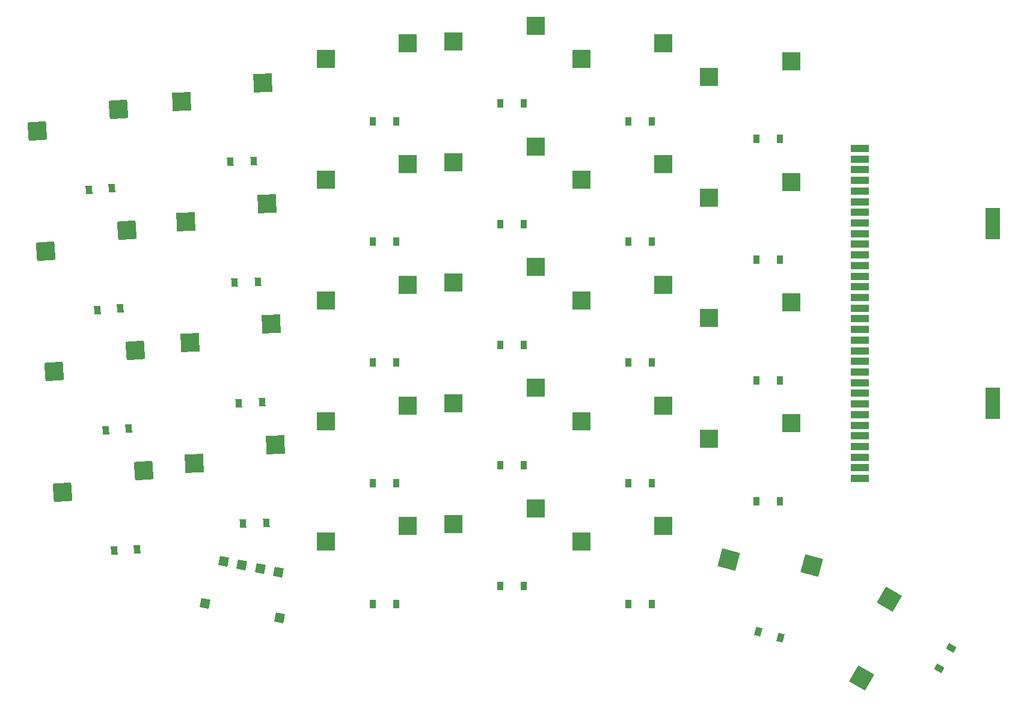
<source format=gbr>
%TF.GenerationSoftware,KiCad,Pcbnew,(6.0.11-0)*%
%TF.CreationDate,2023-06-20T20:04:49-05:00*%
%TF.ProjectId,typeboy,74797065-626f-4792-9e6b-696361645f70,v1.0.0*%
%TF.SameCoordinates,Original*%
%TF.FileFunction,Paste,Top*%
%TF.FilePolarity,Positive*%
%FSLAX46Y46*%
G04 Gerber Fmt 4.6, Leading zero omitted, Abs format (unit mm)*
G04 Created by KiCad (PCBNEW (6.0.11-0)) date 2023-06-20 20:04:49*
%MOMM*%
%LPD*%
G01*
G04 APERTURE LIST*
G04 Aperture macros list*
%AMRotRect*
0 Rectangle, with rotation*
0 The origin of the aperture is its center*
0 $1 length*
0 $2 width*
0 $3 Rotation angle, in degrees counterclockwise*
0 Add horizontal line*
21,1,$1,$2,0,0,$3*%
G04 Aperture macros list end*
%ADD10RotRect,0.900000X1.200000X4.000000*%
%ADD11R,0.900000X1.200000*%
%ADD12RotRect,0.900000X1.200000X2.000000*%
%ADD13R,2.600000X2.600000*%
%ADD14RotRect,2.600000X2.600000X2.000000*%
%ADD15RotRect,2.600000X2.600000X4.000000*%
%ADD16RotRect,1.300000X1.300000X349.000000*%
%ADD17RotRect,2.600000X2.600000X60.000000*%
%ADD18RotRect,2.600000X2.600000X345.000000*%
%ADD19R,2.500000X1.000000*%
%ADD20R,2.000000X4.500000*%
%ADD21RotRect,0.900000X1.200000X60.000000*%
%ADD22RotRect,0.900000X1.200000X345.000000*%
G04 APERTURE END LIST*
D10*
%TO.C,D2*%
X72688279Y-173060832D03*
X75980241Y-172830636D03*
%TD*%
D11*
%TO.C,D26*%
X164303498Y-149000430D03*
X167603498Y-149000430D03*
%TD*%
D12*
%TO.C,D8*%
X90291295Y-135221533D03*
X93589285Y-135106365D03*
%TD*%
%TO.C,D6*%
X91477877Y-169200820D03*
X94775867Y-169085652D03*
%TD*%
D13*
%TO.C,S15*%
X133228500Y-167050421D03*
X121678500Y-169250421D03*
%TD*%
D11*
%TO.C,D25*%
X164303496Y-166000428D03*
X167603496Y-166000428D03*
%TD*%
D13*
%TO.C,S16*%
X133228489Y-150050416D03*
X121678489Y-152250416D03*
%TD*%
D14*
%TO.C,S7*%
X95424441Y-141095966D03*
X83958256Y-143697715D03*
%TD*%
D11*
%TO.C,D23*%
X146303490Y-129500424D03*
X149603490Y-129500424D03*
%TD*%
%TO.C,D10*%
X110303499Y-180500426D03*
X113603499Y-180500426D03*
%TD*%
D13*
%TO.C,S21*%
X151228500Y-152550426D03*
X139678500Y-154750426D03*
%TD*%
%TO.C,S24*%
X169228497Y-172050430D03*
X157678497Y-174250430D03*
%TD*%
D11*
%TO.C,D20*%
X146303499Y-180500423D03*
X149603499Y-180500423D03*
%TD*%
%TO.C,D24*%
X164303494Y-183000424D03*
X167603494Y-183000424D03*
%TD*%
D13*
%TO.C,S19*%
X151228497Y-186550421D03*
X139678497Y-188750421D03*
%TD*%
D11*
%TO.C,D18*%
X128303491Y-127000419D03*
X131603491Y-127000419D03*
%TD*%
D15*
%TO.C,S1*%
X78023296Y-178752551D03*
X66654896Y-181752880D03*
%TD*%
D13*
%TO.C,S10*%
X115228490Y-169550431D03*
X103678490Y-171750431D03*
%TD*%
D11*
%TO.C,D11*%
X110303491Y-163500423D03*
X113603491Y-163500423D03*
%TD*%
D13*
%TO.C,S14*%
X133228497Y-184050422D03*
X121678497Y-186250422D03*
%TD*%
%TO.C,S11*%
X115228497Y-152550426D03*
X103678497Y-154750426D03*
%TD*%
D12*
%TO.C,D5*%
X92071165Y-186190471D03*
X95369155Y-186075303D03*
%TD*%
D14*
%TO.C,S8*%
X94831149Y-124106321D03*
X83364964Y-126708070D03*
%TD*%
D13*
%TO.C,S26*%
X169228500Y-138050419D03*
X157678500Y-140250419D03*
%TD*%
%TO.C,S27*%
X169228502Y-121050420D03*
X157678502Y-123250420D03*
%TD*%
D10*
%TO.C,D1*%
X73874136Y-190019429D03*
X77166098Y-189789233D03*
%TD*%
%TO.C,D3*%
X71502413Y-156102245D03*
X74794375Y-155872049D03*
%TD*%
D13*
%TO.C,S12*%
X115228492Y-135550421D03*
X103678492Y-137750421D03*
%TD*%
D12*
%TO.C,D7*%
X90884587Y-152211177D03*
X94182577Y-152096009D03*
%TD*%
D15*
%TO.C,S2*%
X76837444Y-161793953D03*
X65469044Y-164794282D03*
%TD*%
D16*
%TO.C,REF\u002A\u002A*%
X97001251Y-193035153D03*
X94449020Y-192539050D03*
X91896790Y-192042946D03*
X89344559Y-191546843D03*
X97232054Y-199446996D03*
X86728643Y-197405340D03*
%TD*%
D11*
%TO.C,D15*%
X128303496Y-178000420D03*
X131603496Y-178000420D03*
%TD*%
%TO.C,D12*%
X110303496Y-146500429D03*
X113603496Y-146500429D03*
%TD*%
D17*
%TO.C,S29*%
X183056860Y-196847937D03*
X179187116Y-207950530D03*
%TD*%
D10*
%TO.C,D4*%
X70316557Y-139143659D03*
X73608519Y-138913463D03*
%TD*%
D13*
%TO.C,S17*%
X133228498Y-133050422D03*
X121678498Y-135250422D03*
%TD*%
D11*
%TO.C,D19*%
X146303499Y-197500423D03*
X149603499Y-197500423D03*
%TD*%
%TO.C,D14*%
X128303495Y-195000421D03*
X131603495Y-195000421D03*
%TD*%
D14*
%TO.C,S5*%
X96611024Y-175075245D03*
X85144839Y-177676994D03*
%TD*%
D13*
%TO.C,S22*%
X151228498Y-135550425D03*
X139678498Y-137750425D03*
%TD*%
D15*
%TO.C,S4*%
X74465724Y-127876777D03*
X63097324Y-130877106D03*
%TD*%
D11*
%TO.C,D9*%
X110303495Y-197500424D03*
X113603495Y-197500424D03*
%TD*%
%TO.C,D22*%
X146303495Y-146500424D03*
X149603495Y-146500424D03*
%TD*%
D13*
%TO.C,S25*%
X169228500Y-155050424D03*
X157678500Y-157250424D03*
%TD*%
D18*
%TO.C,S28*%
X172156876Y-192100783D03*
X160431031Y-191236460D03*
%TD*%
D13*
%TO.C,S13*%
X115228493Y-118550418D03*
X103678493Y-120750418D03*
%TD*%
D19*
%TO.C,J2*%
X178903504Y-133337934D03*
X178903504Y-134837934D03*
X178903504Y-136337934D03*
X178903504Y-137837934D03*
X178903504Y-139337934D03*
X178903504Y-140837934D03*
X178903504Y-142337934D03*
X178903504Y-143837934D03*
X178903504Y-145337934D03*
X178903504Y-146837934D03*
X178903504Y-148337934D03*
X178903504Y-149837934D03*
X178903504Y-151337934D03*
X178903504Y-152837934D03*
X178903504Y-154337934D03*
X178903504Y-155837934D03*
X178903504Y-157337934D03*
X178903504Y-158837934D03*
X178903504Y-160337934D03*
X178903504Y-161837934D03*
X178903504Y-163337934D03*
X178903504Y-164837934D03*
X178903504Y-166337934D03*
X178903504Y-167837934D03*
X178903504Y-169337934D03*
X178903504Y-170837934D03*
X178903504Y-172337934D03*
X178903504Y-173837934D03*
X178903504Y-175337934D03*
X178903504Y-176837934D03*
X178903504Y-178337934D03*
X178903504Y-179837934D03*
D20*
X197574304Y-143905894D03*
X197574304Y-169269974D03*
%TD*%
D13*
%TO.C,S18*%
X133228497Y-116050422D03*
X121678497Y-118250422D03*
%TD*%
D11*
%TO.C,D16*%
X128303504Y-161000422D03*
X131603504Y-161000422D03*
%TD*%
D21*
%TO.C,D29*%
X190077338Y-206588108D03*
X191727338Y-203730224D03*
%TD*%
D11*
%TO.C,D21*%
X146303498Y-163500424D03*
X149603498Y-163500424D03*
%TD*%
%TO.C,D27*%
X164303496Y-132000423D03*
X167603496Y-132000423D03*
%TD*%
D13*
%TO.C,S23*%
X151228492Y-118550424D03*
X139678492Y-120750424D03*
%TD*%
D11*
%TO.C,D17*%
X128303498Y-144000427D03*
X131603498Y-144000427D03*
%TD*%
D15*
%TO.C,S3*%
X75651592Y-144835371D03*
X64283192Y-147835700D03*
%TD*%
D13*
%TO.C,S20*%
X151228493Y-169550428D03*
X139678493Y-171750428D03*
%TD*%
D14*
%TO.C,S6*%
X96017728Y-158085602D03*
X84551543Y-160687351D03*
%TD*%
D22*
%TO.C,D28*%
X164565626Y-201403005D03*
X167753182Y-202257107D03*
%TD*%
D13*
%TO.C,S9*%
X115228497Y-186550422D03*
X103678497Y-188750422D03*
%TD*%
D11*
%TO.C,D13*%
X110303487Y-129500427D03*
X113603487Y-129500427D03*
%TD*%
M02*

</source>
